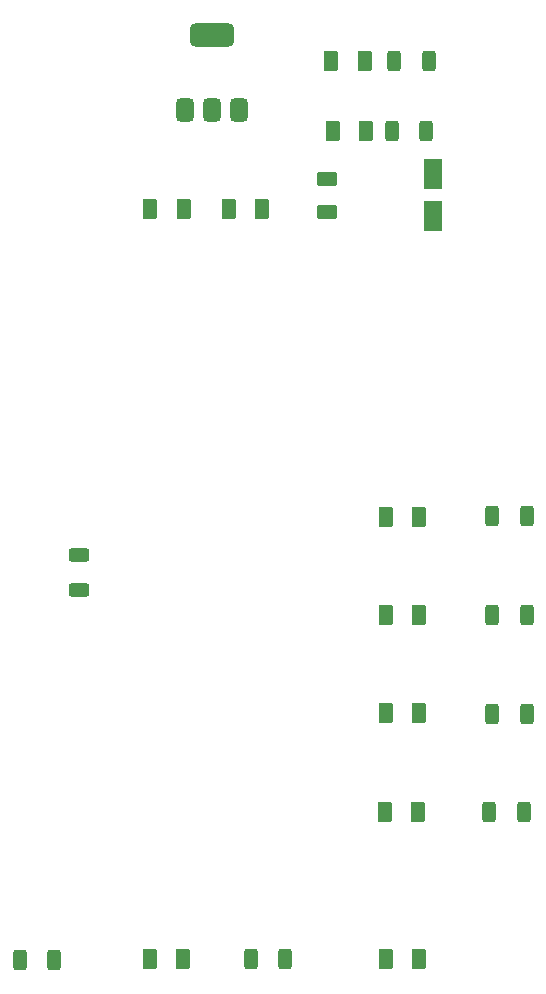
<source format=gbr>
%TF.GenerationSoftware,KiCad,Pcbnew,9.0.4*%
%TF.CreationDate,2025-10-29T20:46:00+01:00*%
%TF.ProjectId,Sterownik_Podlewania V1.1,53746572-6f77-46e6-996b-5f506f646c65,rev?*%
%TF.SameCoordinates,Original*%
%TF.FileFunction,Paste,Top*%
%TF.FilePolarity,Positive*%
%FSLAX46Y46*%
G04 Gerber Fmt 4.6, Leading zero omitted, Abs format (unit mm)*
G04 Created by KiCad (PCBNEW 9.0.4) date 2025-10-29 20:46:00*
%MOMM*%
%LPD*%
G01*
G04 APERTURE LIST*
G04 Aperture macros list*
%AMRoundRect*
0 Rectangle with rounded corners*
0 $1 Rounding radius*
0 $2 $3 $4 $5 $6 $7 $8 $9 X,Y pos of 4 corners*
0 Add a 4 corners polygon primitive as box body*
4,1,4,$2,$3,$4,$5,$6,$7,$8,$9,$2,$3,0*
0 Add four circle primitives for the rounded corners*
1,1,$1+$1,$2,$3*
1,1,$1+$1,$4,$5*
1,1,$1+$1,$6,$7*
1,1,$1+$1,$8,$9*
0 Add four rect primitives between the rounded corners*
20,1,$1+$1,$2,$3,$4,$5,0*
20,1,$1+$1,$4,$5,$6,$7,0*
20,1,$1+$1,$6,$7,$8,$9,0*
20,1,$1+$1,$8,$9,$2,$3,0*%
G04 Aperture macros list end*
%ADD10RoundRect,0.250000X0.375000X0.625000X-0.375000X0.625000X-0.375000X-0.625000X0.375000X-0.625000X0*%
%ADD11RoundRect,0.250000X-0.312500X-0.625000X0.312500X-0.625000X0.312500X0.625000X-0.312500X0.625000X0*%
%ADD12RoundRect,0.250000X0.312500X0.625000X-0.312500X0.625000X-0.312500X-0.625000X0.312500X-0.625000X0*%
%ADD13RoundRect,0.250000X0.625000X-0.312500X0.625000X0.312500X-0.625000X0.312500X-0.625000X-0.312500X0*%
%ADD14RoundRect,0.250000X-0.375000X-0.625000X0.375000X-0.625000X0.375000X0.625000X-0.375000X0.625000X0*%
%ADD15RoundRect,0.250000X0.550000X-1.050000X0.550000X1.050000X-0.550000X1.050000X-0.550000X-1.050000X0*%
%ADD16RoundRect,0.500000X1.400000X-0.500000X1.400000X0.500000X-1.400000X0.500000X-1.400000X-0.500000X0*%
%ADD17RoundRect,0.375000X0.375000X-0.625000X0.375000X0.625000X-0.375000X0.625000X-0.375000X-0.625000X0*%
%ADD18RoundRect,0.250000X-0.625000X0.375000X-0.625000X-0.375000X0.625000X-0.375000X0.625000X0.375000X0*%
G04 APERTURE END LIST*
D10*
%TO.C,D2*%
X204300000Y-51600000D03*
X201500000Y-51600000D03*
%TD*%
%TO.C,D9*%
X208750000Y-109250000D03*
X205950000Y-109250000D03*
%TD*%
D11*
%TO.C,R2*%
X206500000Y-51600000D03*
X209425000Y-51600000D03*
%TD*%
D12*
%TO.C,R8*%
X197500000Y-121662500D03*
X194575000Y-121662500D03*
%TD*%
D13*
%TO.C,R9*%
X180000000Y-90425000D03*
X180000000Y-87500000D03*
%TD*%
D11*
%TO.C,R3*%
X215000000Y-84162500D03*
X217925000Y-84162500D03*
%TD*%
%TO.C,R4*%
X215000000Y-92522500D03*
X217925000Y-92522500D03*
%TD*%
D14*
%TO.C,D11*%
X206003000Y-121702500D03*
X208803000Y-121702500D03*
%TD*%
D11*
%TO.C,R1*%
X206700000Y-45600000D03*
X209625000Y-45600000D03*
%TD*%
D12*
%TO.C,R7*%
X177925000Y-121750000D03*
X175000000Y-121750000D03*
%TD*%
D11*
%TO.C,R5*%
X215000000Y-100882500D03*
X217925000Y-100882500D03*
%TD*%
D10*
%TO.C,D8*%
X208803000Y-100869167D03*
X206003000Y-100869167D03*
%TD*%
D15*
%TO.C,C4*%
X210000000Y-58775000D03*
X210000000Y-55175000D03*
%TD*%
D10*
%TO.C,D1*%
X204200000Y-45600000D03*
X201400000Y-45600000D03*
%TD*%
D14*
%TO.C,D10*%
X186000000Y-121702500D03*
X188800000Y-121702500D03*
%TD*%
D11*
%TO.C,R6*%
X214750000Y-109202500D03*
X217675000Y-109202500D03*
%TD*%
D10*
%TO.C,D3*%
X188875000Y-58150000D03*
X186075000Y-58150000D03*
%TD*%
D16*
%TO.C,U6*%
X191262500Y-43475000D03*
D17*
X188962500Y-49775000D03*
X191262500Y-49775000D03*
X193562500Y-49775000D03*
%TD*%
D10*
%TO.C,D6*%
X208803000Y-84202500D03*
X206003000Y-84202500D03*
%TD*%
D18*
%TO.C,D5*%
X201000000Y-55650000D03*
X201000000Y-58450000D03*
%TD*%
D10*
%TO.C,D7*%
X208803000Y-92535833D03*
X206003000Y-92535833D03*
%TD*%
D14*
%TO.C,D4*%
X192700000Y-58150000D03*
X195500000Y-58150000D03*
%TD*%
M02*

</source>
